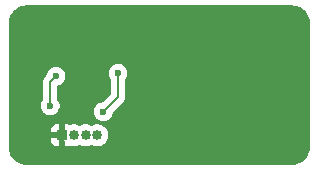
<source format=gbr>
%TF.GenerationSoftware,KiCad,Pcbnew,9.0.7*%
%TF.CreationDate,2026-01-29T16:33:12-08:00*%
%TF.ProjectId,Lab3,4c616233-2e6b-4696-9361-645f70636258,rev?*%
%TF.SameCoordinates,Original*%
%TF.FileFunction,Copper,L2,Bot*%
%TF.FilePolarity,Positive*%
%FSLAX46Y46*%
G04 Gerber Fmt 4.6, Leading zero omitted, Abs format (unit mm)*
G04 Created by KiCad (PCBNEW 9.0.7) date 2026-01-29 16:33:12*
%MOMM*%
%LPD*%
G01*
G04 APERTURE LIST*
%TA.AperFunction,ComponentPad*%
%ADD10C,0.850000*%
%TD*%
%TA.AperFunction,ComponentPad*%
%ADD11R,0.850000X0.850000*%
%TD*%
%TA.AperFunction,ViaPad*%
%ADD12C,0.600000*%
%TD*%
%TA.AperFunction,Conductor*%
%ADD13C,0.200000*%
%TD*%
G04 APERTURE END LIST*
D10*
%TO.P,J1,4,Pin_4*%
%TO.N,VCC*%
X120500000Y-86500000D03*
%TO.P,J1,3,Pin_3*%
%TO.N,/SCL*%
X119500000Y-86500000D03*
%TO.P,J1,2,Pin_2*%
%TO.N,/SDA*%
X118500000Y-86500000D03*
D11*
%TO.P,J1,1,Pin_1*%
%TO.N,GND*%
X117500000Y-86500000D03*
%TD*%
D12*
%TO.N,GND*%
X125500000Y-82500000D03*
%TO.N,/SCL*%
X122250000Y-81250000D03*
%TO.N,/SDA*%
X117000000Y-81500000D03*
X116500000Y-84000000D03*
%TO.N,/SCL*%
X121000000Y-84500000D03*
%TD*%
D13*
%TO.N,/SDA*%
X116500000Y-82000000D02*
X116500000Y-84000000D01*
X117000000Y-81500000D02*
X116500000Y-82000000D01*
%TO.N,/SCL*%
X122250000Y-83250000D02*
X121000000Y-84500000D01*
X122250000Y-81250000D02*
X122250000Y-83250000D01*
%TD*%
%TA.AperFunction,Conductor*%
%TO.N,GND*%
G36*
X137004418Y-75500816D02*
G01*
X137204561Y-75515130D01*
X137222063Y-75517647D01*
X137413797Y-75559355D01*
X137430755Y-75564334D01*
X137614609Y-75632909D01*
X137630701Y-75640259D01*
X137802904Y-75734288D01*
X137817784Y-75743849D01*
X137974867Y-75861441D01*
X137988237Y-75873027D01*
X138126972Y-76011762D01*
X138138558Y-76025132D01*
X138256146Y-76182210D01*
X138265711Y-76197095D01*
X138359740Y-76369298D01*
X138367090Y-76385390D01*
X138435662Y-76569236D01*
X138440646Y-76586212D01*
X138482351Y-76777931D01*
X138484869Y-76795442D01*
X138499184Y-76995580D01*
X138499500Y-77004427D01*
X138499500Y-87495572D01*
X138499184Y-87504419D01*
X138484869Y-87704557D01*
X138482351Y-87722068D01*
X138440646Y-87913787D01*
X138435662Y-87930763D01*
X138367090Y-88114609D01*
X138359740Y-88130701D01*
X138265711Y-88302904D01*
X138256146Y-88317789D01*
X138138558Y-88474867D01*
X138126972Y-88488237D01*
X137988237Y-88626972D01*
X137974867Y-88638558D01*
X137817789Y-88756146D01*
X137802904Y-88765711D01*
X137630701Y-88859740D01*
X137614609Y-88867090D01*
X137430763Y-88935662D01*
X137413787Y-88940646D01*
X137222068Y-88982351D01*
X137204557Y-88984869D01*
X137023779Y-88997799D01*
X137004417Y-88999184D01*
X136995572Y-88999500D01*
X114504428Y-88999500D01*
X114495582Y-88999184D01*
X114473622Y-88997613D01*
X114295442Y-88984869D01*
X114277931Y-88982351D01*
X114086212Y-88940646D01*
X114069236Y-88935662D01*
X113885390Y-88867090D01*
X113869298Y-88859740D01*
X113697095Y-88765711D01*
X113682210Y-88756146D01*
X113525132Y-88638558D01*
X113511762Y-88626972D01*
X113373027Y-88488237D01*
X113361441Y-88474867D01*
X113243849Y-88317784D01*
X113234288Y-88302904D01*
X113140259Y-88130701D01*
X113132909Y-88114609D01*
X113072091Y-87951551D01*
X113064334Y-87930755D01*
X113059355Y-87913797D01*
X113017647Y-87722063D01*
X113015130Y-87704556D01*
X113000816Y-87504418D01*
X113000500Y-87495572D01*
X113000500Y-86972844D01*
X116575000Y-86972844D01*
X116581401Y-87032372D01*
X116581403Y-87032379D01*
X116631645Y-87167086D01*
X116631649Y-87167093D01*
X116717809Y-87282187D01*
X116717812Y-87282190D01*
X116832906Y-87368350D01*
X116832913Y-87368354D01*
X116967620Y-87418596D01*
X116967627Y-87418598D01*
X117027155Y-87424999D01*
X117027172Y-87425000D01*
X117250000Y-87425000D01*
X117250000Y-86750000D01*
X116575000Y-86750000D01*
X116575000Y-86972844D01*
X113000500Y-86972844D01*
X113000500Y-86450272D01*
X117250000Y-86450272D01*
X117250000Y-86549728D01*
X117288060Y-86641614D01*
X117358386Y-86711940D01*
X117450272Y-86750000D01*
X117549728Y-86750000D01*
X117601805Y-86728429D01*
X117610065Y-86769952D01*
X117610068Y-86769962D01*
X117679829Y-86938382D01*
X117679836Y-86938394D01*
X117729102Y-87012125D01*
X117749980Y-87078802D01*
X117750000Y-87081016D01*
X117750000Y-87425000D01*
X117972828Y-87425000D01*
X117972844Y-87424999D01*
X118032372Y-87418598D01*
X118032376Y-87418597D01*
X118127088Y-87383272D01*
X118196780Y-87378288D01*
X118217872Y-87384892D01*
X118230042Y-87389933D01*
X118230046Y-87389933D01*
X118230047Y-87389934D01*
X118408843Y-87425500D01*
X118408846Y-87425500D01*
X118591156Y-87425500D01*
X118711445Y-87401572D01*
X118769958Y-87389933D01*
X118938389Y-87320167D01*
X118938394Y-87320163D01*
X118941541Y-87318482D01*
X118943386Y-87318097D01*
X118944018Y-87317836D01*
X118944067Y-87317955D01*
X119009943Y-87304236D01*
X119058459Y-87318482D01*
X119061615Y-87320169D01*
X119177945Y-87368354D01*
X119230042Y-87389933D01*
X119230046Y-87389933D01*
X119230047Y-87389934D01*
X119408843Y-87425500D01*
X119408846Y-87425500D01*
X119591156Y-87425500D01*
X119711445Y-87401572D01*
X119769958Y-87389933D01*
X119938389Y-87320167D01*
X119938394Y-87320163D01*
X119941541Y-87318482D01*
X119943386Y-87318097D01*
X119944018Y-87317836D01*
X119944067Y-87317955D01*
X120009943Y-87304236D01*
X120058459Y-87318482D01*
X120061615Y-87320169D01*
X120177945Y-87368354D01*
X120230042Y-87389933D01*
X120230046Y-87389933D01*
X120230047Y-87389934D01*
X120408843Y-87425500D01*
X120408846Y-87425500D01*
X120591156Y-87425500D01*
X120711445Y-87401572D01*
X120769958Y-87389933D01*
X120882245Y-87343422D01*
X120938387Y-87320168D01*
X120938391Y-87320166D01*
X121013672Y-87269864D01*
X121089972Y-87218883D01*
X121218883Y-87089972D01*
X121320167Y-86938389D01*
X121389933Y-86769958D01*
X121425500Y-86591154D01*
X121425500Y-86408846D01*
X121425500Y-86408843D01*
X121389934Y-86230047D01*
X121389933Y-86230046D01*
X121389933Y-86230042D01*
X121389931Y-86230037D01*
X121320168Y-86061612D01*
X121320166Y-86061608D01*
X121218886Y-85910032D01*
X121218880Y-85910024D01*
X121089975Y-85781119D01*
X121089967Y-85781113D01*
X120938391Y-85679833D01*
X120938387Y-85679831D01*
X120769962Y-85610068D01*
X120769952Y-85610065D01*
X120591156Y-85574500D01*
X120591154Y-85574500D01*
X120408846Y-85574500D01*
X120408844Y-85574500D01*
X120230047Y-85610065D01*
X120230041Y-85610067D01*
X120061605Y-85679835D01*
X120058444Y-85681525D01*
X120056600Y-85681908D01*
X120055984Y-85682164D01*
X120055935Y-85682047D01*
X119990040Y-85695761D01*
X119941556Y-85681525D01*
X119938394Y-85679835D01*
X119769958Y-85610067D01*
X119769952Y-85610065D01*
X119591156Y-85574500D01*
X119591154Y-85574500D01*
X119408846Y-85574500D01*
X119408844Y-85574500D01*
X119230047Y-85610065D01*
X119230041Y-85610067D01*
X119061605Y-85679835D01*
X119058444Y-85681525D01*
X119056600Y-85681908D01*
X119055984Y-85682164D01*
X119055935Y-85682047D01*
X118990040Y-85695761D01*
X118941556Y-85681525D01*
X118938394Y-85679835D01*
X118769958Y-85610067D01*
X118769952Y-85610065D01*
X118591156Y-85574500D01*
X118591154Y-85574500D01*
X118408846Y-85574500D01*
X118408844Y-85574500D01*
X118230048Y-85610065D01*
X118230037Y-85610068D01*
X118217867Y-85615109D01*
X118148398Y-85622573D01*
X118127089Y-85616727D01*
X118032380Y-85581403D01*
X118032372Y-85581401D01*
X117972844Y-85575000D01*
X117750000Y-85575000D01*
X117750000Y-85918983D01*
X117730315Y-85986022D01*
X117729103Y-85987873D01*
X117679830Y-86061614D01*
X117610068Y-86230037D01*
X117610065Y-86230047D01*
X117601805Y-86271570D01*
X117549728Y-86250000D01*
X117450272Y-86250000D01*
X117358386Y-86288060D01*
X117288060Y-86358386D01*
X117250000Y-86450272D01*
X113000500Y-86450272D01*
X113000500Y-86027155D01*
X116575000Y-86027155D01*
X116575000Y-86250000D01*
X117250000Y-86250000D01*
X117250000Y-85575000D01*
X117027155Y-85575000D01*
X116967627Y-85581401D01*
X116967620Y-85581403D01*
X116832913Y-85631645D01*
X116832906Y-85631649D01*
X116717812Y-85717809D01*
X116717809Y-85717812D01*
X116631649Y-85832906D01*
X116631645Y-85832913D01*
X116581403Y-85967620D01*
X116581401Y-85967627D01*
X116575000Y-86027155D01*
X113000500Y-86027155D01*
X113000500Y-83921153D01*
X115699500Y-83921153D01*
X115699500Y-84078846D01*
X115730261Y-84233489D01*
X115730264Y-84233501D01*
X115790602Y-84379172D01*
X115790609Y-84379185D01*
X115878210Y-84510288D01*
X115878213Y-84510292D01*
X115989707Y-84621786D01*
X115989711Y-84621789D01*
X116120814Y-84709390D01*
X116120827Y-84709397D01*
X116266498Y-84769735D01*
X116266503Y-84769737D01*
X116421153Y-84800499D01*
X116421156Y-84800500D01*
X116421158Y-84800500D01*
X116578844Y-84800500D01*
X116578845Y-84800499D01*
X116733497Y-84769737D01*
X116879179Y-84709394D01*
X117010289Y-84621789D01*
X117121789Y-84510289D01*
X117181348Y-84421153D01*
X120199500Y-84421153D01*
X120199500Y-84578846D01*
X120230261Y-84733489D01*
X120230264Y-84733501D01*
X120290602Y-84879172D01*
X120290609Y-84879185D01*
X120378210Y-85010288D01*
X120378213Y-85010292D01*
X120489707Y-85121786D01*
X120489711Y-85121789D01*
X120620814Y-85209390D01*
X120620827Y-85209397D01*
X120766498Y-85269735D01*
X120766503Y-85269737D01*
X120921153Y-85300499D01*
X120921156Y-85300500D01*
X120921158Y-85300500D01*
X121078844Y-85300500D01*
X121078845Y-85300499D01*
X121233497Y-85269737D01*
X121379179Y-85209394D01*
X121510289Y-85121789D01*
X121621789Y-85010289D01*
X121709394Y-84879179D01*
X121769737Y-84733497D01*
X121791958Y-84621786D01*
X121800638Y-84578150D01*
X121833023Y-84516239D01*
X121834520Y-84514714D01*
X122618713Y-83730521D01*
X122618716Y-83730520D01*
X122730520Y-83618716D01*
X122780639Y-83531904D01*
X122809577Y-83481785D01*
X122850501Y-83329057D01*
X122850501Y-83170943D01*
X122850501Y-83163348D01*
X122850500Y-83163330D01*
X122850500Y-81829765D01*
X122870185Y-81762726D01*
X122871398Y-81760874D01*
X122959390Y-81629185D01*
X122959390Y-81629184D01*
X122959394Y-81629179D01*
X123019737Y-81483497D01*
X123050500Y-81328842D01*
X123050500Y-81171158D01*
X123050500Y-81171155D01*
X123050499Y-81171153D01*
X123019738Y-81016510D01*
X123019737Y-81016503D01*
X123019735Y-81016498D01*
X122959397Y-80870827D01*
X122959390Y-80870814D01*
X122871789Y-80739711D01*
X122871786Y-80739707D01*
X122760292Y-80628213D01*
X122760288Y-80628210D01*
X122629185Y-80540609D01*
X122629172Y-80540602D01*
X122483501Y-80480264D01*
X122483489Y-80480261D01*
X122328845Y-80449500D01*
X122328842Y-80449500D01*
X122171158Y-80449500D01*
X122171155Y-80449500D01*
X122016510Y-80480261D01*
X122016498Y-80480264D01*
X121870827Y-80540602D01*
X121870814Y-80540609D01*
X121739711Y-80628210D01*
X121739707Y-80628213D01*
X121628213Y-80739707D01*
X121628210Y-80739711D01*
X121540609Y-80870814D01*
X121540602Y-80870827D01*
X121480264Y-81016498D01*
X121480261Y-81016510D01*
X121449500Y-81171153D01*
X121449500Y-81328846D01*
X121480261Y-81483489D01*
X121480264Y-81483501D01*
X121540602Y-81629172D01*
X121540609Y-81629185D01*
X121628602Y-81760874D01*
X121649480Y-81827551D01*
X121649500Y-81829765D01*
X121649500Y-82949903D01*
X121629815Y-83016942D01*
X121613181Y-83037584D01*
X120985339Y-83665425D01*
X120924016Y-83698910D01*
X120921850Y-83699361D01*
X120766508Y-83730261D01*
X120766498Y-83730264D01*
X120620827Y-83790602D01*
X120620814Y-83790609D01*
X120489711Y-83878210D01*
X120489707Y-83878213D01*
X120378213Y-83989707D01*
X120378210Y-83989711D01*
X120290609Y-84120814D01*
X120290602Y-84120827D01*
X120230264Y-84266498D01*
X120230261Y-84266510D01*
X120199500Y-84421153D01*
X117181348Y-84421153D01*
X117209394Y-84379179D01*
X117269737Y-84233497D01*
X117300500Y-84078842D01*
X117300500Y-83921158D01*
X117300500Y-83921155D01*
X117300499Y-83921153D01*
X117274531Y-83790606D01*
X117269737Y-83766503D01*
X117269735Y-83766498D01*
X117209397Y-83620827D01*
X117209390Y-83620814D01*
X117121398Y-83489125D01*
X117100520Y-83422447D01*
X117100500Y-83420234D01*
X117100500Y-82397955D01*
X117120185Y-82330916D01*
X117172989Y-82285161D01*
X117200303Y-82276339D01*
X117233497Y-82269737D01*
X117379179Y-82209394D01*
X117510289Y-82121789D01*
X117621789Y-82010289D01*
X117709394Y-81879179D01*
X117769737Y-81733497D01*
X117800500Y-81578842D01*
X117800500Y-81421158D01*
X117800500Y-81421155D01*
X117800499Y-81421153D01*
X117769738Y-81266510D01*
X117769738Y-81266508D01*
X117769737Y-81266503D01*
X117730242Y-81171153D01*
X117709397Y-81120827D01*
X117709390Y-81120814D01*
X117621789Y-80989711D01*
X117621786Y-80989707D01*
X117510292Y-80878213D01*
X117510288Y-80878210D01*
X117379185Y-80790609D01*
X117379172Y-80790602D01*
X117233501Y-80730264D01*
X117233489Y-80730261D01*
X117078845Y-80699500D01*
X117078842Y-80699500D01*
X116921158Y-80699500D01*
X116921155Y-80699500D01*
X116766510Y-80730261D01*
X116766498Y-80730264D01*
X116620827Y-80790602D01*
X116620814Y-80790609D01*
X116489711Y-80878210D01*
X116489707Y-80878213D01*
X116378213Y-80989707D01*
X116378210Y-80989711D01*
X116290609Y-81120814D01*
X116290602Y-81120827D01*
X116230264Y-81266498D01*
X116230261Y-81266508D01*
X116199362Y-81421847D01*
X116190597Y-81438602D01*
X116186578Y-81457081D01*
X116167834Y-81482118D01*
X116166977Y-81483758D01*
X116165427Y-81485335D01*
X116124224Y-81526538D01*
X116124212Y-81526552D01*
X116019478Y-81631286D01*
X115969361Y-81718094D01*
X115969359Y-81718096D01*
X115940425Y-81768209D01*
X115940424Y-81768210D01*
X115940423Y-81768215D01*
X115899499Y-81920943D01*
X115899499Y-81920945D01*
X115899499Y-82089046D01*
X115899500Y-82089059D01*
X115899500Y-83420234D01*
X115879815Y-83487273D01*
X115878602Y-83489125D01*
X115790609Y-83620814D01*
X115790602Y-83620827D01*
X115730264Y-83766498D01*
X115730261Y-83766510D01*
X115699500Y-83921153D01*
X113000500Y-83921153D01*
X113000500Y-77004427D01*
X113000816Y-76995581D01*
X113015130Y-76795443D01*
X113015131Y-76795434D01*
X113017646Y-76777938D01*
X113059356Y-76586199D01*
X113064333Y-76569248D01*
X113132911Y-76385385D01*
X113140259Y-76369298D01*
X113202815Y-76254734D01*
X113234291Y-76197089D01*
X113243845Y-76182221D01*
X113361448Y-76025123D01*
X113373020Y-76011769D01*
X113511769Y-75873020D01*
X113525123Y-75861448D01*
X113682221Y-75743845D01*
X113697089Y-75734291D01*
X113869298Y-75640258D01*
X113885385Y-75632911D01*
X114069248Y-75564333D01*
X114086199Y-75559356D01*
X114277938Y-75517646D01*
X114295436Y-75515130D01*
X114495582Y-75500816D01*
X114504428Y-75500500D01*
X114565892Y-75500500D01*
X136934108Y-75500500D01*
X136995572Y-75500500D01*
X137004418Y-75500816D01*
G37*
%TD.AperFunction*%
%TD*%
M02*

</source>
